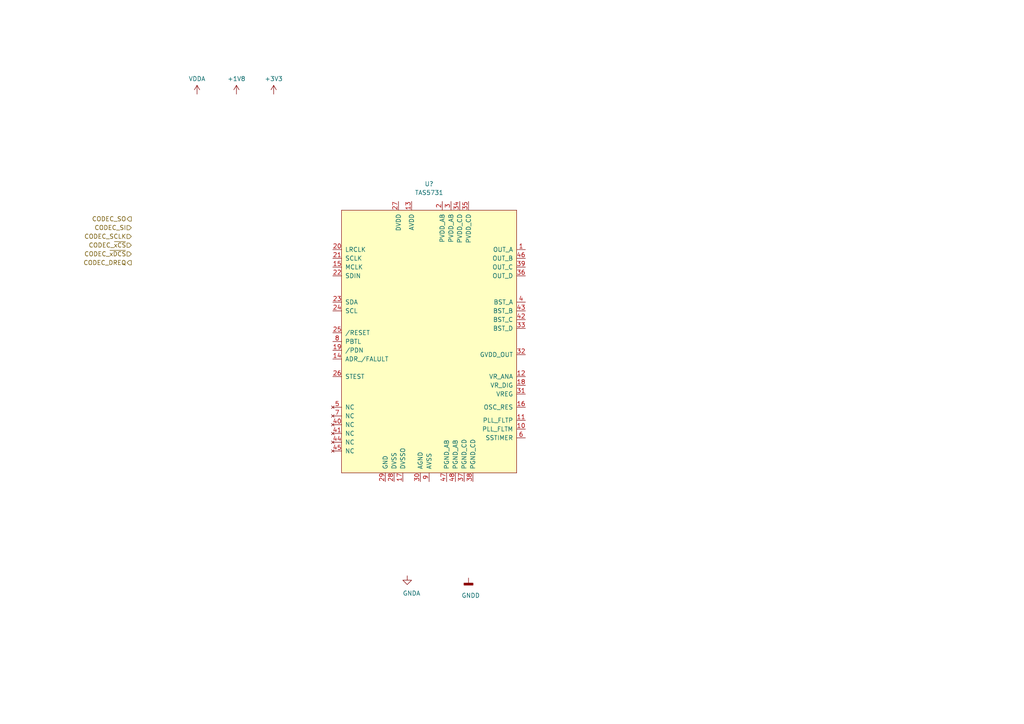
<source format=kicad_sch>
(kicad_sch (version 20210621) (generator eeschema)
  (paper "A4")
  (lib_symbols
    (symbol "HoerbaerParts:TAS5731" (pin_names (offset 1.016))
      (property "Reference" "U" (at 24.13 -40.64 0))
      (property "Value" "TAS5731" (at 0 0 0))
      (symbol "TAS5731_0_0"
        (pin output line (at 27.94 26.67 180) (length 2.54) (name "OUT_A") (number "1"))
        (pin output line (at 27.94 -25.4 180) (length 2.54) (name "PLL_FLTM") (number "10"))
        (pin output line (at 27.94 -22.86 180) (length 2.54) (name "PLL_FLTP") (number "11"))
        (pin passive line (at 27.94 -10.16 180) (length 2.54) (name "VR_ANA") (number "12"))
        (pin power_in line (at -5.08 40.64 270) (length 2.54) (name "AVDD") (number "13"))
        (pin bidirectional line (at -27.94 -5.08 0) (length 2.54) (name "ADR_/FALULT") (number "14"))
        (pin input line (at -27.94 21.59 0) (length 2.54) (name "MCLK") (number "15"))
        (pin output line (at 27.94 -19.05 180) (length 2.54) (name "OSC_RES") (number "16"))
        (pin passive line (at -7.62 -40.64 90) (length 2.54) (name "DVSSO") (number "17"))
        (pin passive line (at 27.94 -12.7 180) (length 2.54) (name "VR_DIG") (number "18"))
        (pin input line (at -27.94 -2.54 0) (length 2.54) (name "/PDN") (number "19"))
        (pin power_in line (at 3.81 40.64 270) (length 2.54) (name "PVDD_AB") (number "2"))
        (pin input line (at -27.94 26.67 0) (length 2.54) (name "LRCLK") (number "20"))
        (pin input line (at -27.94 24.13 0) (length 2.54) (name "SCLK") (number "21"))
        (pin input line (at -27.94 19.05 0) (length 2.54) (name "SDIN") (number "22"))
        (pin bidirectional line (at -27.94 11.43 0) (length 2.54) (name "SDA") (number "23"))
        (pin input line (at -27.94 8.89 0) (length 2.54) (name "SCL") (number "24"))
        (pin input line (at -27.94 2.54 0) (length 2.54) (name "/RESET") (number "25"))
        (pin input line (at -27.94 -10.16 0) (length 2.54) (name "STEST") (number "26"))
        (pin power_in line (at -8.89 40.64 270) (length 2.54) (name "DVDD") (number "27"))
        (pin passive line (at -10.16 -40.64 90) (length 2.54) (name "DVSS") (number "28"))
        (pin passive line (at -12.7 -40.64 90) (length 2.54) (name "GND") (number "29"))
        (pin power_in line (at 6.35 40.64 270) (length 2.54) (name "PVDD_AB") (number "3"))
        (pin passive line (at -2.54 -40.64 90) (length 2.54) (name "AGND") (number "30"))
        (pin passive line (at 27.94 -15.24 180) (length 2.54) (name "VREG") (number "31"))
        (pin passive line (at 27.94 -3.81 180) (length 2.54) (name "GVDD_OUT") (number "32"))
        (pin passive line (at 27.94 3.81 180) (length 2.54) (name "BST_D") (number "33"))
        (pin power_in line (at 8.89 40.64 270) (length 2.54) (name "PVDD_CD") (number "34"))
        (pin power_in line (at 11.43 40.64 270) (length 2.54) (name "PVDD_CD") (number "35"))
        (pin output line (at 27.94 19.05 180) (length 2.54) (name "OUT_D") (number "36"))
        (pin passive line (at 10.16 -40.64 90) (length 2.54) (name "PGND_CD") (number "37"))
        (pin passive line (at 12.7 -40.64 90) (length 2.54) (name "PGND_CD") (number "38"))
        (pin output line (at 27.94 21.59 180) (length 2.54) (name "OUT_C") (number "39"))
        (pin passive line (at 27.94 11.43 180) (length 2.54) (name "BST_A") (number "4"))
        (pin no_connect line (at -27.94 -24.13 0) (length 2.54) (name "NC") (number "40"))
        (pin no_connect line (at -27.94 -26.67 0) (length 2.54) (name "NC") (number "41"))
        (pin passive line (at 27.94 6.35 180) (length 2.54) (name "BST_C") (number "42"))
        (pin passive line (at 27.94 8.89 180) (length 2.54) (name "BST_B") (number "43"))
        (pin no_connect line (at -27.94 -29.21 0) (length 2.54) (name "NC") (number "44"))
        (pin no_connect line (at -27.94 -31.75 0) (length 2.54) (name "NC") (number "45"))
        (pin output line (at 27.94 24.13 180) (length 2.54) (name "OUT_B") (number "46"))
        (pin passive line (at 5.08 -40.64 90) (length 2.54) (name "PGND_AB") (number "47"))
        (pin passive line (at 7.62 -40.64 90) (length 2.54) (name "PGND_AB") (number "48"))
        (pin no_connect line (at -27.94 -19.05 0) (length 2.54) (name "NC") (number "5"))
        (pin input line (at 27.94 -27.94 180) (length 2.54) (name "SSTIMER") (number "6"))
        (pin no_connect line (at -27.94 -21.59 0) (length 2.54) (name "NC") (number "7"))
        (pin input line (at -27.94 0 0) (length 2.54) (name "PBTL") (number "8"))
        (pin passive line (at 0 -40.64 90) (length 2.54) (name "AVSS") (number "9"))
      )
      (symbol "TAS5731_0_1"
        (rectangle (start -25.4 38.1) (end 25.4 -38.1) (fill (type background)))
      )
    )
    (symbol "power:+1V8" (power) (pin_names (offset 0))
      (property "Value" "+1V8" (at 0 3.556 0))
      (symbol "+1V8_0_1"
        (polyline (pts (xy -0.762 1.27) (xy 0 2.54)))
        (polyline (pts (xy 0 0) (xy 0 2.54)))
        (polyline (pts (xy 0 2.54) (xy 0.762 1.27)))
      )
      (symbol "+1V8_1_1"
        (pin power_in line (at 0 0 90) (length 0) hide (name "+1V8") (number "1"))
      )
    )
    (symbol "power:+3V3" (power) (pin_names (offset 0))
      (property "Value" "+3V3" (at 0 3.556 0))
      (symbol "+3V3_0_1"
        (polyline (pts (xy -0.762 1.27) (xy 0 2.54)))
        (polyline (pts (xy 0 0) (xy 0 2.54)))
        (polyline (pts (xy 0 2.54) (xy 0.762 1.27)))
      )
      (symbol "+3V3_1_1"
        (pin power_in line (at 0 0 90) (length 0) hide (name "+3V3") (number "1"))
      )
    )
    (symbol "power:GNDA" (power) (pin_names (offset 0))
      (property "Value" "GNDA" (at 0 -3.81 0))
      (symbol "GNDA_0_1"
        (polyline (pts (xy 0 0) (xy 0 -1.27) (xy 1.27 -1.27) (xy 0 -2.54) (xy -1.27 -1.27) (xy 0 -1.27)))
      )
      (symbol "GNDA_1_1"
        (pin power_in line (at 0 0 270) (length 0) hide (name "GNDA") (number "1"))
      )
    )
    (symbol "power:GNDD" (power) (pin_names (offset 0))
      (property "Value" "GNDD" (at 0 -3.175 0))
      (symbol "GNDD_0_1"
        (rectangle (start -1.27 -1.524) (end 1.27 -2.032) (stroke (width 0.254)) (fill (type outline)))
        (polyline (pts (xy 0 0) (xy 0 -1.524)))
      )
      (symbol "GNDD_1_1"
        (pin power_in line (at 0 0 270) (length 0) hide (name "GNDD") (number "1"))
      )
    )
    (symbol "power:VDDA" (power) (pin_names (offset 0))
      (property "Value" "VDDA" (at 0 3.81 0))
      (symbol "VDDA_0_1"
        (polyline (pts (xy -0.762 1.27) (xy 0 2.54)))
        (polyline (pts (xy 0 0) (xy 0 2.54)))
        (polyline (pts (xy 0 2.54) (xy 0.762 1.27)))
      )
      (symbol "VDDA_1_1"
        (pin power_in line (at 0 0 90) (length 0) hide (name "VDDA") (number "1"))
      )
    )
  )
  (hierarchical_label "CODEC_SO" (shape output) (at 38.1 63.5 180))
  (hierarchical_label "CODEC_SI" (shape input) (at 38.1 66.04 180))
  (hierarchical_label "CODEC_SCLK" (shape input) (at 38.1 68.58 180))
  (hierarchical_label "CODEC_~{xCS}" (shape input) (at 38.1 71.12 180))
  (hierarchical_label "CODEC_~{xDCS}" (shape input) (at 38.1 73.66 180))
  (hierarchical_label "CODEC_DREQ" (shape output) (at 38.1 76.2 180))
  (symbol (lib_id "power:VDDA") (at 57.15 27.305 0) (unit 1)
    (property "Reference" "#PWR?" (effects hide))
    (property "Value" "VDDA" (at 57.15 22.86 0))
  )
  (symbol (lib_id "power:+1V8") (at 68.58 27.305 0) (unit 1)
    (property "Reference" "#PWR?" (effects hide))
    (property "Value" "+1V8" (at 68.58 22.86 0))
  )
  (symbol (lib_id "power:+3V3") (at 79.375 27.305 0) (unit 1)
    (property "Reference" "#PWR?" (effects hide))
    (property "Value" "+3V3" (at 79.375 22.86 0))
  )
  (symbol (lib_id "power:GNDD") (at 135.89 167.64 0) (unit 1)
    (property "Reference" "#PWR0102" (effects hide))
    (property "Value" "GNDD" (at 136.525 172.72 0))
  )
  (symbol (lib_id "power:GNDA") (at 118.11 167.005 0) (unit 1)
    (property "Reference" "#PWR0101" (effects hide))
    (property "Value" "GNDA" (at 119.38 172.085 0))
  )
  (symbol (lib_id "HoerbaerParts:TAS5731") (at 124.46 99.06 0) (unit 1)
    (property "Reference" "U?" (at 124.46 53.34 0))
    (property "Value" "TAS5731" (at 124.46 55.88 0))
    (property "Footprint" "Package_QFP:TQFP-48-1EP_7x7mm_P0.5mm_EP5x5mm_ThermalVias" (effects hide))
    (property "Datasheet" "https://www.ti.com/lit/ds/slos726a/slos726a.pdf?ts=1606896256741" (effects hide))
  )
)
</source>
